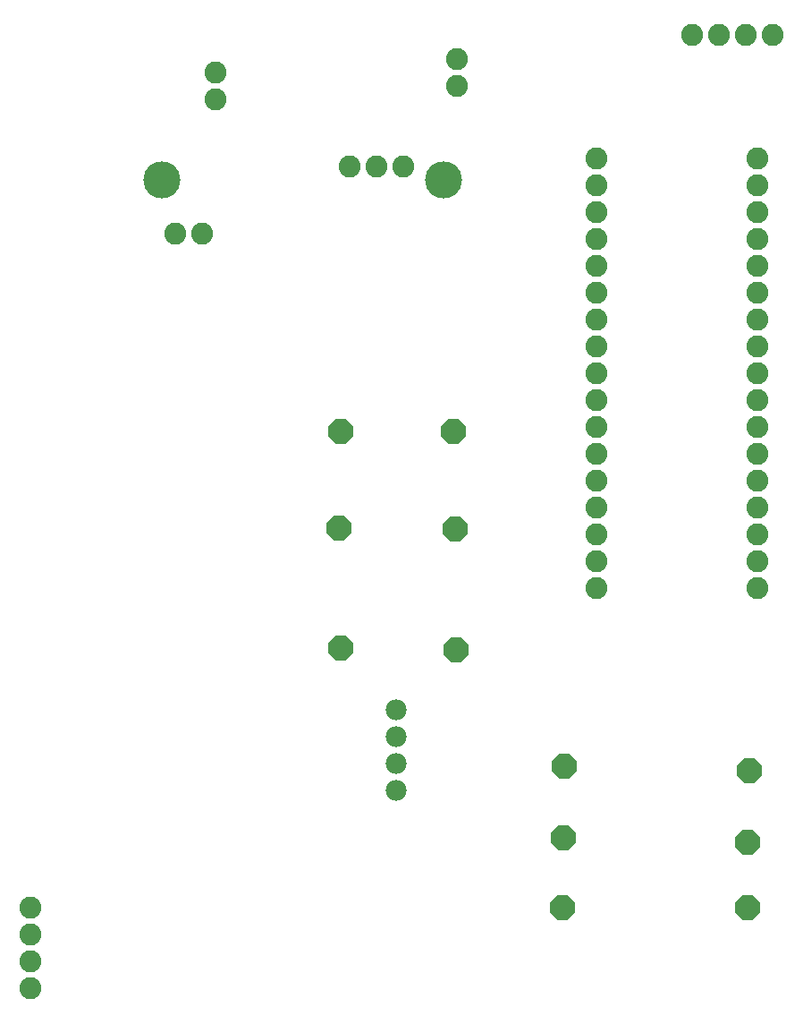
<source format=gbr>
G04 EAGLE Gerber RS-274X export*
G75*
%MOMM*%
%FSLAX34Y34*%
%LPD*%
%INSoldermask Bottom*%
%IPPOS*%
%AMOC8*
5,1,8,0,0,1.08239X$1,22.5*%
G01*
%ADD10C,2.082800*%
%ADD11C,1.981200*%
%ADD12C,3.505200*%
%ADD13P,2.556822X8X22.500000*%


D10*
X48300Y125500D03*
X48300Y100100D03*
X48300Y74700D03*
X48300Y49300D03*
D11*
X395000Y236600D03*
X395000Y262000D03*
X395000Y287400D03*
X395000Y312800D03*
D10*
X186000Y763700D03*
X211400Y763700D03*
X452700Y903400D03*
X452700Y928800D03*
X351100Y827200D03*
X376500Y827200D03*
X401900Y827200D03*
X224100Y890700D03*
X224100Y916100D03*
D12*
X440000Y814500D03*
X173300Y814500D03*
D10*
X675200Y951000D03*
X700600Y951000D03*
X726000Y951000D03*
X751400Y951000D03*
D13*
X552000Y126000D03*
X553000Y192000D03*
X554000Y260000D03*
X342000Y371000D03*
X452000Y370000D03*
X341000Y485000D03*
X451000Y484000D03*
X342000Y576000D03*
X449000Y576000D03*
X729000Y255000D03*
X728000Y126000D03*
X728000Y188000D03*
D10*
X584900Y834500D03*
X584900Y809100D03*
X584900Y783700D03*
X584900Y758300D03*
X584900Y732900D03*
X584900Y707500D03*
X584900Y682100D03*
X584900Y656700D03*
X584900Y631300D03*
X584900Y605900D03*
X584900Y580500D03*
X584900Y555100D03*
X584900Y529700D03*
X584900Y504300D03*
X584900Y478900D03*
X584900Y453500D03*
X584900Y428100D03*
X737300Y428100D03*
X737300Y453500D03*
X737300Y478900D03*
X737300Y504300D03*
X737300Y529700D03*
X737300Y555100D03*
X737300Y580500D03*
X737300Y605900D03*
X737300Y631300D03*
X737300Y656700D03*
X737300Y682100D03*
X737300Y707500D03*
X737300Y732900D03*
X737300Y758300D03*
X737300Y783700D03*
X737300Y809100D03*
X737300Y834500D03*
M02*

</source>
